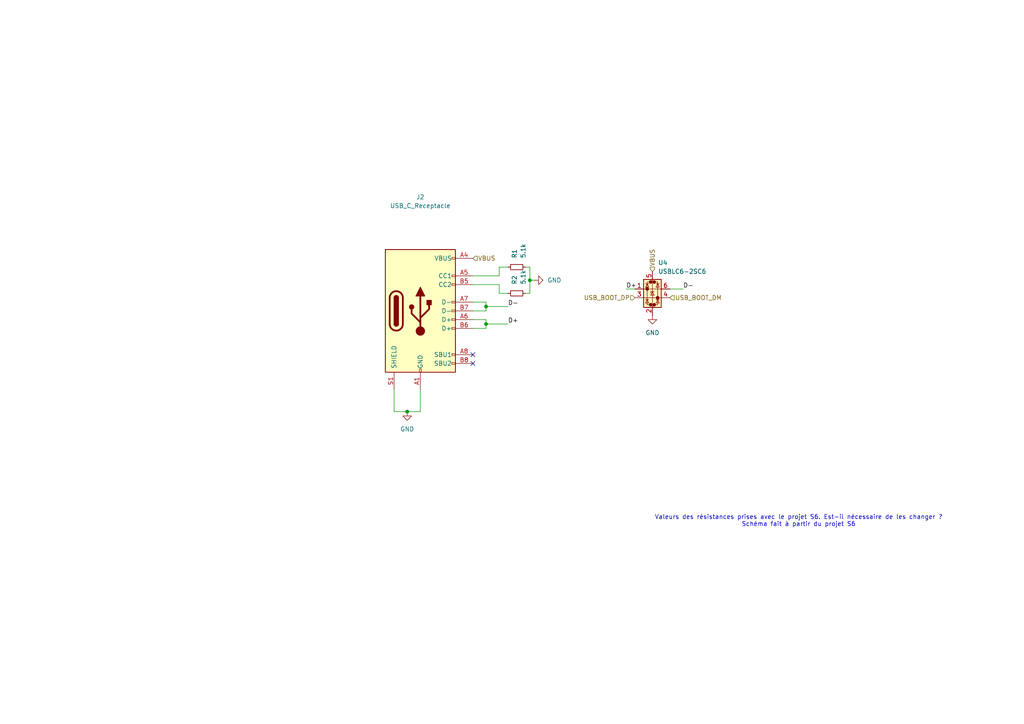
<source format=kicad_sch>
(kicad_sch (version 20231120) (generator "eeschema") (generator_version "8.0")
  (paper "A4")
  (lib_symbols
    (symbol "Connector:USB_C_Receptacle" (pin_names (offset 1.016))
      (property "Reference" "J2" (at 0 33.02 0))
      (property "Value" "USB_C_Receptacle" (at 0 30.48 0))
      (symbol "USB_C_Receptacle_0_0"
        (rectangle (start -0.254 -17.78) (end 0.254 -16.764))
        (rectangle (start 10.16 -14.986) (end 9.144 -15.494))
        (rectangle (start 10.16 -12.446) (end 9.144 -12.954))
        (rectangle (start 10.16 -4.826) (end 9.144 -5.334))
        (rectangle (start 10.16 -2.286) (end 9.144 -2.794))
        (rectangle (start 10.16 0.254) (end 9.144 -0.254))
        (rectangle (start 10.16 2.794) (end 9.144 2.286))
        (rectangle (start 10.16 7.874) (end 9.144 7.366))
        (rectangle (start 10.16 10.414) (end 9.144 9.906))
        (rectangle (start 10.16 15.494) (end 9.144 14.986))
      )
      (symbol "USB_C_Receptacle_0_1"
        (rectangle (start -10.16 17.78) (end 10.16 -17.78) (stroke (width 0.254)) (fill (type background)))
        (arc (start -8.89 -3.81) (mid -6.985 -5.7067) (end -5.08 -3.81) (stroke (width 0.508)))
        (arc (start -7.62 -3.81) (mid -6.985 -4.4423) (end -6.35 -3.81) (stroke (width 0.254)))
        (arc (start -7.62 -3.81) (mid -6.985 -4.4423) (end -6.35 -3.81) (stroke (width 0.254)) (fill (type outline)))
        (rectangle (start -7.62 -3.81) (end -6.35 3.81) (stroke (width 0.254)) (fill (type outline)))
        (arc (start -6.35 3.81) (mid -6.985 4.4423) (end -7.62 3.81) (stroke (width 0.254)))
        (arc (start -6.35 3.81) (mid -6.985 4.4423) (end -7.62 3.81) (stroke (width 0.254)) (fill (type outline)))
        (arc (start -5.08 3.81) (mid -6.985 5.7067) (end -8.89 3.81) (stroke (width 0.508)))
        (circle (center -2.54 1.143) (radius 0.635) (stroke (width 0.254)) (fill (type outline)))
        (circle (center 0 -5.842) (radius 1.27) (fill (type outline)))
        (polyline (pts (xy -8.89 -3.81) (xy -8.89 3.81)) (stroke (width 0.508)))
        (polyline (pts (xy -5.08 3.81) (xy -5.08 -3.81)) (stroke (width 0.508)))
        (polyline (pts (xy 0 -5.842) (xy 0 4.318)) (stroke (width 0.508)))
        (polyline (pts (xy 0 -3.302) (xy -2.54 -0.762) (xy -2.54 0.508)) (stroke (width 0.508)))
        (polyline (pts (xy 0 -2.032) (xy 2.54 0.508) (xy 2.54 1.778)) (stroke (width 0.508)))
        (polyline (pts (xy -1.27 4.318) (xy 0 6.858) (xy 1.27 4.318) (xy -1.27 4.318)) (stroke (width 0.254)) (fill (type outline)))
        (rectangle (start 1.905 1.778) (end 3.175 3.048) (stroke (width 0.254)) (fill (type outline)))
      )
      (symbol "USB_C_Receptacle_1_1"
        (pin passive line (at 0 -22.86 90) (length 5.08) (name "GND") (number "A1"))
        (pin passive line (at 0 -22.86 90) (length 5.08) hide (name "GND") (number "A12"))
        (pin passive line (at 15.24 15.24 180) (length 5.08) (name "VBUS") (number "A4"))
        (pin bidirectional line (at 15.24 10.16 180) (length 5.08) (name "CC1") (number "A5"))
        (pin bidirectional line (at 15.24 -2.54 180) (length 5.08) (name "D+") (number "A6"))
        (pin bidirectional line (at 15.24 2.54 180) (length 5.08) (name "D-") (number "A7"))
        (pin bidirectional line (at 15.24 -12.7 180) (length 5.08) (name "SBU1") (number "A8"))
        (pin passive line (at 15.24 15.24 180) (length 5.08) hide (name "VBUS") (number "A9"))
        (pin passive line (at 0 -22.86 90) (length 5.08) hide (name "GND") (number "B1"))
        (pin passive line (at 0 -22.86 90) (length 5.08) hide (name "GND") (number "B12"))
        (pin passive line (at 15.24 15.24 180) (length 5.08) hide (name "VBUS") (number "B4"))
        (pin bidirectional line (at 15.24 7.62 180) (length 5.08) (name "CC2") (number "B5"))
        (pin bidirectional line (at 15.24 -5.08 180) (length 5.08) (name "D+") (number "B6"))
        (pin bidirectional line (at 15.24 0 180) (length 5.08) (name "D-") (number "B7"))
        (pin bidirectional line (at 15.24 -15.24 180) (length 5.08) (name "SBU2") (number "B8"))
        (pin passive line (at 15.24 15.24 180) (length 5.08) hide (name "VBUS") (number "B9"))
        (pin passive line (at -7.62 -22.86 90) (length 5.08) (name "SHIELD") (number "S1"))
      )
    )
    (symbol "Device:R_Small" (pin_numbers hide) (pin_names (offset 0.254) hide)
      (property "Reference" "R" (at 0.762 0.508 0))
      (property "Value" "R_Small" (at 0.762 -1.016 0))
      (symbol "R_Small_0_1"
        (rectangle (start -0.762 1.778) (end 0.762 -1.778) (stroke (width 0.2032)))
      )
      (symbol "R_Small_1_1"
        (pin passive line (at 0 2.54 270) (length 0.762) (name "~") (number "1"))
        (pin passive line (at 0 -2.54 90) (length 0.762) (name "~") (number "2"))
      )
    )
    (symbol "Power_Protection:USBLC6-2SC6" (pin_names hide)
      (property "Reference" "U" (at 0.635 5.715 0))
      (property "Value" "USBLC6-2SC6" (at 0.635 3.81 0))
      (symbol "USBLC6-2SC6_0_0"
        (circle (center -1.524 0) (radius 0.0001) (stroke (width 0.508)))
        (circle (center -0.508 -4.572) (radius 0.0001) (stroke (width 0.508)))
        (circle (center -0.508 2.032) (radius 0.0001) (stroke (width 0.508)))
        (circle (center 0.508 -4.572) (radius 0.0001) (stroke (width 0.508)))
        (circle (center 0.508 2.032) (radius 0.0001) (stroke (width 0.508)))
        (circle (center 1.524 -2.54) (radius 0.0001) (stroke (width 0.508)))
      )
      (symbol "USBLC6-2SC6_0_1"
        (polyline (pts (xy -2.54 -2.54) (xy 2.54 -2.54)))
        (polyline (pts (xy -2.54 0) (xy 2.54 0)))
        (polyline (pts (xy -2.032 -3.048) (xy -1.016 -3.048)))
        (polyline (pts (xy -1.016 1.524) (xy -2.032 1.524)))
        (polyline (pts (xy 1.016 -3.048) (xy 2.032 -3.048)))
        (polyline (pts (xy 1.016 1.524) (xy 2.032 1.524)))
        (polyline (pts (xy -0.508 -1.143) (xy -0.508 -0.762) (xy 0.508 -0.762)))
        (polyline (pts (xy -2.032 0.508) (xy -1.016 0.508) (xy -1.524 1.524) (xy -2.032 0.508)))
        (polyline (pts (xy -1.016 -4.064) (xy -2.032 -4.064) (xy -1.524 -3.048) (xy -1.016 -4.064)))
        (polyline (pts (xy 0.508 -1.778) (xy -0.508 -1.778) (xy 0 -0.762) (xy 0.508 -1.778)))
        (polyline (pts (xy 2.032 -4.064) (xy 1.016 -4.064) (xy 1.524 -3.048) (xy 2.032 -4.064)))
        (polyline (pts (xy 2.032 0.508) (xy 1.016 0.508) (xy 1.524 1.524) (xy 2.032 0.508)))
        (polyline (pts (xy 0 2.54) (xy -0.508 2.032) (xy 0.508 2.032) (xy 0 1.524) (xy 0 -4.064) (xy -0.508 -4.572) (xy 0.508 -4.572) (xy 0 -5.08)))
      )
      (symbol "USBLC6-2SC6_1_1"
        (rectangle (start -2.54 2.794) (end 2.54 -5.334) (stroke (width 0.254)) (fill (type background)))
        (polyline (pts (xy -0.508 2.032) (xy -1.524 2.032) (xy -1.524 -4.572) (xy -0.508 -4.572)))
        (polyline (pts (xy 0.508 -4.572) (xy 1.524 -4.572) (xy 1.524 2.032) (xy 0.508 2.032)))
        (pin passive line (at -5.08 0 0) (length 2.54) (name "I/O1") (number "1"))
        (pin passive line (at 0 -7.62 90) (length 2.54) (name "GND") (number "2"))
        (pin passive line (at -5.08 -2.54 0) (length 2.54) (name "I/O2") (number "3"))
        (pin passive line (at 5.08 -2.54 180) (length 2.54) (name "I/O2") (number "4"))
        (pin passive line (at 0 5.08 270) (length 2.54) (name "VBUS") (number "5"))
        (pin passive line (at 5.08 0 180) (length 2.54) (name "I/O1") (number "6"))
      )
    )
    (symbol "power:GND" (power) (pin_numbers hide) (pin_names (offset 0) hide)
      (property "Value" "GND" (at 0 -3.81 0))
      (symbol "GND_0_1"
        (polyline (pts (xy 0 0) (xy 0 -1.27) (xy 1.27 -1.27) (xy 0 -2.54) (xy -1.27 -1.27) (xy 0 -1.27)))
      )
      (symbol "GND_1_1"
        (pin power_in line (at 0 0 270) (length 0) (name "~") (number "1"))
      )
    )
  )
  (junction (at 140.97 93.98))
  (junction (at 118.11 119.38))
  (junction (at 140.97 88.9))
  (junction (at 153.67 81.28))
  (no_connect (at 137.16 105.41))
  (no_connect (at 137.16 102.87))
  (wire (pts (xy 154.94 81.28) (xy 153.67 81.28)))
  (wire (pts (xy 140.97 90.17) (xy 137.16 90.17)))
  (wire (pts (xy 121.92 119.38) (xy 121.92 113.03)))
  (wire (pts (xy 152.4 85.09) (xy 153.67 85.09)))
  (wire (pts (xy 140.97 93.98) (xy 140.97 95.25)))
  (wire (pts (xy 137.16 95.25) (xy 140.97 95.25)))
  (wire (pts (xy 144.78 80.01) (xy 144.78 77.47)))
  (wire (pts (xy 198.12 83.82) (xy 194.31 83.82)))
  (wire (pts (xy 144.78 85.09) (xy 147.32 85.09)))
  (wire (pts (xy 137.16 80.01) (xy 144.78 80.01)))
  (wire (pts (xy 144.78 85.09) (xy 144.78 82.55)))
  (wire (pts (xy 140.97 92.71) (xy 137.16 92.71)))
  (wire (pts (xy 114.3 113.03) (xy 114.3 119.38)))
  (wire (pts (xy 140.97 88.9) (xy 140.97 90.17)))
  (wire (pts (xy 140.97 87.63) (xy 140.97 88.9)))
  (wire (pts (xy 147.32 88.9) (xy 140.97 88.9)))
  (wire (pts (xy 153.67 81.28) (xy 153.67 77.47)))
  (wire (pts (xy 137.16 87.63) (xy 140.97 87.63)))
  (wire (pts (xy 118.11 119.38) (xy 121.92 119.38)))
  (wire (pts (xy 144.78 77.47) (xy 147.32 77.47)))
  (wire (pts (xy 147.32 93.98) (xy 140.97 93.98)))
  (wire (pts (xy 153.67 85.09) (xy 153.67 81.28)))
  (wire (pts (xy 153.67 77.47) (xy 152.4 77.47)))
  (wire (pts (xy 137.16 82.55) (xy 144.78 82.55)))
  (wire (pts (xy 114.3 119.38) (xy 118.11 119.38)))
  (wire (pts (xy 140.97 92.71) (xy 140.97 93.98)))
  (wire (pts (xy 181.61 83.82) (xy 184.15 83.82)))
  (text "Valeurs des résistances prises avec le projet S6. Est-il nécessaire de les changer ?\nSchéma fait à partir du projet S6" (at 231.648 151.13 0) (effects (font (size 1.27 1.27))))
  (label "D-" (at 147.32 88.9 0))
  (label "D+" (at 181.61 83.82 0))
  (label "D-" (at 198.12 83.82 0))
  (label "D+" (at 147.32 93.98 0))
  (hierarchical_label "VBUS" (shape input) (at 189.23 78.74 90))
  (hierarchical_label "USB_BOOT_DM" (shape input) (at 194.31 86.36 0))
  (hierarchical_label "USB_BOOT_DP" (shape input) (at 184.15 86.36 180))
  (hierarchical_label "VBUS" (shape input) (at 137.16 74.93 0))
  (symbol (lib_id "Connector:USB_C_Receptacle") (at 121.92 90.17 0) (unit 1)
    (property "Reference" "J2" (at 121.92 57.15 0))
    (property "Value" "USB_C_Receptacle" (at 121.92 59.69 0))
    (property "Footprint" "Librairie_MB:USB_C_femelle_12P" (effects (hide yes)))
    (property "Datasheet" "https://www.lcsc.com/datasheet/lcsc_datasheet_2009111836_SOFNG-MC-311D_C136423.pdf" (effects (hide yes)))
    (property "Description" "USB 12P" (effects (hide yes)))
    (property "MPN" "MC-311D" (effects (hide yes)))
    (property "LCSC" "C136423" (effects (hide yes)))
  )
  (symbol (lib_id "Device:R_Small") (at 149.86 77.47 90) (unit 1)
    (property "Reference" "R1" (at 149.225 74.93 0) (effects (justify left)))
    (property "Value" "5.1k" (at 151.765 74.93 0) (effects (justify left)))
    (property "Footprint" "Resistor_SMD:R_0402_1005Metric" (effects (hide yes)))
    (property "Fournisseur" "Sotck" (effects (hide yes)))
  )
  (symbol (lib_id "Device:R_Small") (at 149.86 85.09 90) (unit 1)
    (property "Reference" "R2" (at 149.225 82.55 0) (effects (justify left)))
    (property "Value" "5.1k" (at 151.765 82.55 0) (effects (justify left)))
    (property "Footprint" "Resistor_SMD:R_0402_1005Metric" (effects (hide yes)))
    (property "Fournisseur" "Sotck" (effects (hide yes)))
  )
  (symbol (lib_id "power:GND") (at 118.11 119.38 0) (unit 1)
    (property "Reference" "#PWR02" (effects (hide yes)))
    (property "Value" "GND" (at 118.11 124.46 0))
    (property "Description" "Power symbol creates a global label with name \"GND\" , ground" (effects (hide yes)))
  )
  (symbol (lib_id "power:GND") (at 189.23 91.44 0) (unit 1)
    (property "Reference" "#PWR03" (effects (hide yes)))
    (property "Value" "GND" (at 189.23 96.52 0))
    (property "Description" "Power symbol creates a global label with name \"GND\" , ground" (effects (hide yes)))
  )
  (symbol (lib_id "power:GND") (at 154.94 81.28 90) (unit 1)
    (property "Reference" "#PWR01" (effects (hide yes)))
    (property "Value" "GND" (at 158.75 81.2799 90) (effects (justify right)))
    (property "Description" "Power symbol creates a global label with name \"GND\" , ground" (effects (hide yes)))
  )
  (symbol (lib_id "Power_Protection:USBLC6-2SC6") (at 189.23 83.82 0) (unit 1)
    (property "Reference" "U4" (at 190.8811 76.2 0) (effects (justify left)))
    (property "Value" "USBLC6-2SC6" (at 190.8811 78.74 0) (effects (justify left)))
    (property "Footprint" "Package_TO_SOT_SMD:SOT-23-6" (effects (hide yes)))
    (property "Datasheet" "https://www.st.com/resource/en/datasheet/usblc6-2.pdf" (effects (hide yes)))
    (property "Description" "Very low capacitance ESD protection diode, 2 data-line, SOT-23-6" (effects (hide yes)))
  )
)
</source>
